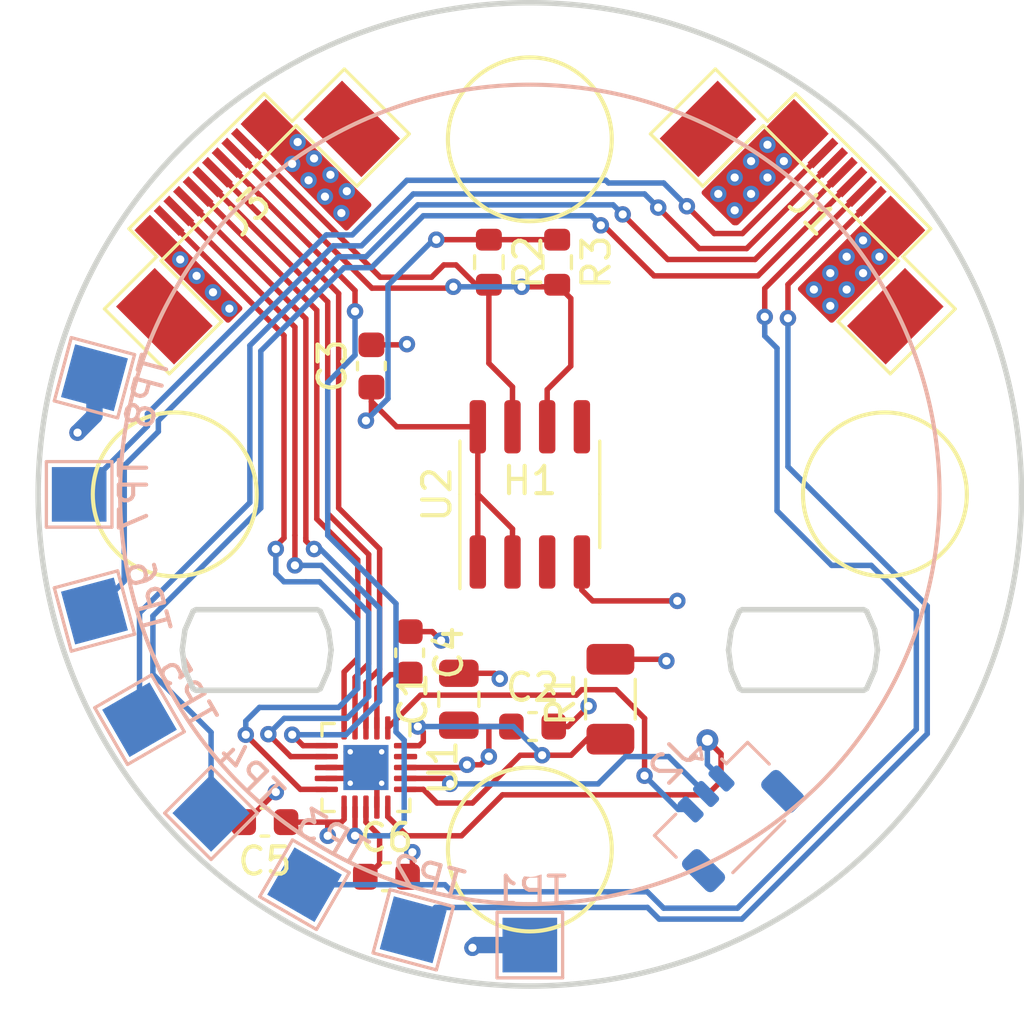
<source format=kicad_pcb>
(kicad_pcb (version 20211014) (generator pcbnew)
  (layers (0 "F.Cu" signal) (1 "In1.Cu" signal) (2 "In2.Cu" signal) (31 "B.Cu" signal) (34 "B.Paste" user) (35 "F.Paste" user) (36 "B.SilkS" user "B.Silkscreen") (37 "F.SilkS" user "F.Silkscreen") (38 "B.Mask" user) (39 "F.Mask" user) (44 "Edge.Cuts" user))
  (net 0 "")
  (net 1 "+5V")
  (net 2 "GND")
  (net 3 "+3V3")
  (net 4 "Net-(C4-Pad2)")
  (net 5 "Net-(J2-Pad1)")
  (net 6 "Net-(J2-Pad2)")
  (net 7 "Net-(J2-Pad3)")
  (net 8 "/UH")
  (net 9 "/UL")
  (net 10 "/VH")
  (net 11 "/VL")
  (net 12 "/WH")
  (net 13 "/WL")
  (net 14 "/DIAG")
  (net 15 "/SDA")
  (net 16 "/SCL")
  (net 17 "Net-(R1-Pad1)")
  (net 21 "Net-(J1-Pad5)")
  (net 22 "Net-(J1-Pad6)")
  (net 23 "Net-(J1-Pad7)")
  (net 24 "Net-(J1-Pad8)")
  (net 25 "Net-(J1-Pad9)")
  (net 26 "Net-(J1-Pad10)")
  (net 27 "Net-(U1-Pad13)")
  (footprint "Capacitor_SMD:C_0603_1608Metric" (layer "F.Cu") (at 44.75 64)
    (fp_text reference "C6" (at 0 -1.43) (layer "F.SilkS"))
    (fp_text value "100nF")
    (pad "1" smd roundrect (at -0.775 0) (size 0.9 0.95) (layers "F.Cu" "F.Paste" "F.Mask") (net 27 "Net-(U1-Pad13)"))
    (pad "2" smd roundrect (at 0.775 0) (size 0.9 0.95) (layers "F.Cu" "F.Paste" "F.Mask") (net 2 "GND"))
  )
  (footprint "Resistor_SMD:R_0603_1608Metric" (layer "F.Cu") (at 48.5 41.5 -90)
    (fp_text reference "R2" (at 0 -1.43 90) (layer "F.SilkS"))
    (fp_text value "4.7K")
    (pad "1" smd roundrect (at -0.825 0 270) (size 0.8 0.95) (layers "F.Cu" "F.Paste" "F.Mask") (net 3 "+3V3"))
    (pad "2" smd roundrect (at 0.825 0 270) (size 0.8 0.95) (layers "F.Cu" "F.Paste" "F.Mask") (net 16 "/SCL"))
  )
  (footprint "Jushuo:FPC_14" (layer "F.Cu") (at 38.386307 38.386307 45)
    (fp_text reference "J3" (at 0 1.8 45) (layer "F.SilkS"))
    (fp_text value "Conn_01x14")
    (pad "0" smd rect (at -4.85 2.35 45) (size 2 3) (layers "F.Cu" "F.Paste" "F.Mask"))
    (pad "0" smd rect (at 4.85 2.35 45) (size 2 3) (layers "F.Cu" "F.Paste" "F.Mask"))
    (pad "1" smd rect (at -3.25 0 45) (size 0.3 1.3) (layers "F.Cu" "F.Paste" "F.Mask") (net 3 "+3V3"))
    (pad "2" smd rect (at -2.75 0 45) (size 0.3 1.3) (layers "F.Cu" "F.Paste" "F.Mask") (net 3 "+3V3"))
    (pad "3" smd rect (at -2.25 0 45) (size 0.3 1.3) (layers "F.Cu" "F.Paste" "F.Mask") (net 11 "/VL"))
    (pad "4" smd rect (at -1.75 0 45) (size 0.3 1.3) (layers "F.Cu" "F.Paste" "F.Mask") (net 13 "/WL"))
    (pad "5" smd rect (at -1.25 0 45) (size 0.3 1.3) (layers "F.Cu" "F.Paste" "F.Mask") (net 9 "/UL"))
    (pad "6" smd rect (at -0.75 0 45) (size 0.3 1.3) (layers "F.Cu" "F.Paste" "F.Mask") (net 12 "/WH"))
    (pad "7" smd rect (at -0.25 0 45) (size 0.3 1.3) (layers "F.Cu" "F.Paste" "F.Mask") (net 10 "/VH"))
    (pad "8" smd rect (at 0.25 0 45) (size 0.3 1.3) (layers "F.Cu" "F.Paste" "F.Mask") (net 8 "/UH"))
    (pad "9" smd rect (at 0.75 0 45) (size 0.3 1.3) (layers "F.Cu" "F.Paste" "F.Mask") (net 14 "/DIAG"))
    (pad "10" smd rect (at 1.25 0 45) (size 0.3 1.3) (layers "F.Cu" "F.Paste" "F.Mask") (net 15 "/SDA"))
    (pad "11" smd rect (at 1.75 0 45) (size 0.3 1.3) (layers "F.Cu" "F.Paste" "F.Mask") (net 16 "/SCL"))
    (pad "12" smd rect (at 2.25 0 45) (size 0.3 1.3) (layers "F.Cu" "F.Paste" "F.Mask") (net 2 "GND"))
    (pad "13" smd rect (at 2.75 0 45) (size 0.3 1.3) (layers "F.Cu" "F.Paste" "F.Mask") (net 2 "GND"))
    (pad "14" smd rect (at 3.25 0 45) (size 0.3 1.3) (layers "F.Cu" "F.Paste" "F.Mask") (net 2 "GND"))
  )
  (footprint "Capacitor_SMD:C_0603_1608Metric" (layer "F.Cu") (at 40.3 62 180)
    (fp_text reference "C5" (at 0 -1.43) (layer "F.SilkS"))
    (fp_text value "100nF")
    (pad "1" smd roundrect (at -0.775 0 180) (size 0.9 0.95) (layers "F.Cu" "F.Paste" "F.Mask") (net 3 "+3V3"))
    (pad "2" smd roundrect (at 0.775 0 180) (size 0.9 0.95) (layers "F.Cu" "F.Paste" "F.Mask") (net 2 "GND"))
  )
  (footprint "Capacitor_SMD:C_0603_1608Metric" (layer "F.Cu") (at 45.6 55.8 -90)
    (fp_text reference "C4" (at 0 -1.43 90) (layer "F.SilkS"))
    (fp_text value "100nF")
    (pad "1" smd roundrect (at -0.775 0 270) (size 0.9 0.95) (layers "F.Cu" "F.Paste" "F.Mask") (net 1 "+5V"))
    (pad "2" smd roundrect (at 0.775 0 270) (size 0.9 0.95) (layers "F.Cu" "F.Paste" "F.Mask") (net 4 "Net-(C4-Pad2)"))
  )
  (footprint "Jushuo:FPC_14" (layer "F.Cu") (at 61.613693 38.386307 -45)
    (fp_text reference "J1" (at 0 1.8 -45) (layer "F.SilkS"))
    (fp_text value "Conn_01x14")
    (pad "0" smd rect (at 4.85 2.35 315) (size 2 3) (layers "F.Cu" "F.Paste" "F.Mask"))
    (pad "0" smd rect (at -4.85 2.35 315) (size 2 3) (layers "F.Cu" "F.Paste" "F.Mask"))
    (pad "1" smd rect (at -3.25 0 315) (size 0.3 1.3) (layers "F.Cu" "F.Paste" "F.Mask") (net 1 "+5V"))
    (pad "2" smd rect (at -2.75 0 315) (size 0.3 1.3) (layers "F.Cu" "F.Paste" "F.Mask") (net 1 "+5V"))
    (pad "3" smd rect (at -2.25 0 315) (size 0.3 1.3) (layers "F.Cu" "F.Paste" "F.Mask") (net 1 "+5V"))
    (pad "4" smd rect (at -1.75 0 315) (size 0.3 1.3) (layers "F.Cu" "F.Paste" "F.Mask") (net 1 "+5V"))
    (pad "5" smd rect (at -1.25 0 315) (size 0.3 1.3) (layers "F.Cu" "F.Paste" "F.Mask") (net 21 "Net-(J1-Pad5)"))
    (pad "6" smd rect (at -0.75 0 315) (size 0.3 1.3) (layers "F.Cu" "F.Paste" "F.Mask") (net 22 "Net-(J1-Pad6)"))
    (pad "7" smd rect (at -0.25 0 315) (size 0.3 1.3) (layers "F.Cu" "F.Paste" "F.Mask") (net 23 "Net-(J1-Pad7)"))
    (pad "8" smd rect (at 0.25 0 315) (size 0.3 1.3) (layers "F.Cu" "F.Paste" "F.Mask") (net 24 "Net-(J1-Pad8)"))
    (pad "9" smd rect (at 0.75 0 315) (size 0.3 1.3) (layers "F.Cu" "F.Paste" "F.Mask") (net 25 "Net-(J1-Pad9)"))
    (pad "10" smd rect (at 1.25 0 315) (size 0.3 1.3) (layers "F.Cu" "F.Paste" "F.Mask") (net 26 "Net-(J1-Pad10)"))
    (pad "11" smd rect (at 1.75 0 315) (size 0.3 1.3) (layers "F.Cu" "F.Paste" "F.Mask") (net 2 "GND"))
    (pad "12" smd rect (at 2.25 0 315) (size 0.3 1.3) (layers "F.Cu" "F.Paste" "F.Mask") (net 2 "GND"))
    (pad "13" smd rect (at 2.75 0 315) (size 0.3 1.3) (layers "F.Cu" "F.Paste" "F.Mask") (net 2 "GND"))
    (pad "14" smd rect (at 3.25 0 315) (size 0.3 1.3) (layers "F.Cu" "F.Paste" "F.Mask") (net 2 "GND"))
  )
  (footprint "Capacitor_SMD:C_0603_1608Metric" (layer "F.Cu") (at 50.1 58.5)
    (fp_text reference "C2" (at 0 -1.43) (layer "F.SilkS"))
    (fp_text value "100nF")
    (pad "1" smd roundrect (at -0.775 0) (size 0.9 0.95) (layers "F.Cu" "F.Paste" "F.Mask") (net 1 "+5V"))
    (pad "2" smd roundrect (at 0.775 0) (size 0.9 0.95) (layers "F.Cu" "F.Paste" "F.Mask") (net 2 "GND"))
  )
  (footprint "Capacitor_SMD:C_0805_2012Metric" (layer "F.Cu") (at 47.4 57.5 90)
    (fp_text reference "C1" (at 0 -1.68 90) (layer "F.SilkS"))
    (fp_text value "22uF")
    (pad "1" smd roundrect (at -0.95 0 90) (size 1 1.45) (layers "F.Cu" "F.Paste" "F.Mask") (net 1 "+5V"))
    (pad "2" smd roundrect (at 0.95 0 90) (size 1 1.45) (layers "F.Cu" "F.Paste" "F.Mask") (net 2 "GND"))
  )
  (footprint "Package_SO:SOIC-8_3.9x4.9mm_P1.27mm" (layer "F.Cu") (at 50 50 90)
    (fp_text reference "U2" (at 0 -3.4 90) (layer "F.SilkS"))
    (fp_text value "MT6701-CT")
    (pad "1" smd roundrect (at -2.475 -1.905 90) (size 1.95 0.6) (layers "F.Cu" "F.Paste" "F.Mask") (net 3 "+3V3"))
    (pad "2" smd roundrect (at -2.475 -0.635 90) (size 1.95 0.6) (layers "F.Cu" "F.Paste" "F.Mask") (net 3 "+3V3"))
    (pad "3" smd roundrect (at -2.475 0.635 90) (size 1.95 0.6) (layers "F.Cu" "F.Paste" "F.Mask"))
    (pad "4" smd roundrect (at -2.475 1.905 90) (size 1.95 0.6) (layers "F.Cu" "F.Paste" "F.Mask") (net 2 "GND"))
    (pad "5" smd roundrect (at 2.475 1.905 90) (size 1.95 0.6) (layers "F.Cu" "F.Paste" "F.Mask"))
    (pad "6" smd roundrect (at 2.475 0.635 90) (size 1.95 0.6) (layers "F.Cu" "F.Paste" "F.Mask") (net 15 "/SDA"))
    (pad "7" smd roundrect (at 2.475 -0.635 90) (size 1.95 0.6) (layers "F.Cu" "F.Paste" "F.Mask") (net 16 "/SCL"))
    (pad "8" smd roundrect (at 2.475 -1.905 90) (size 1.95 0.6) (layers "F.Cu" "F.Paste" "F.Mask") (net 3 "+3V3"))
  )
  (footprint "Resistor_SMD:R_0603_1608Metric" (layer "F.Cu") (at 51 41.5 -90)
    (fp_text reference "R3" (at 0 -1.43 90) (layer "F.SilkS"))
    (fp_text value "4.7K")
    (pad "1" smd roundrect (at -0.825 0 270) (size 0.8 0.95) (layers "F.Cu" "F.Paste" "F.Mask") (net 3 "+3V3"))
    (pad "2" smd roundrect (at 0.825 0 270) (size 0.8 0.95) (layers "F.Cu" "F.Paste" "F.Mask") (net 15 "/SDA"))
  )
  (footprint "Holes:Holes" (layer "F.Cu") (at 50 50)
    (fp_text reference "H1" (at 0 -0.5 unlocked) (layer "F.SilkS"))
    (fp_text value "MountingHole")
    (fp_line (start 7.273002 5.697) (end 7.373975 4.961808) (layer "Edge.Cuts") (width 0.2))
    (fp_line (start 7.373975 6.432193) (end 7.273002 5.697) (layer "Edge.Cuts") (width 0.2))
    (fp_line (start 12.330587 7.112941) (end 12.222047 7.174001) (layer "Edge.Cuts") (width 0.2))
    (fp_line (start -7.669413 4.281059) (end -7.373975 4.961808) (layer "Edge.Cuts") (width 0.2))
    (fp_line (start -7.273002 5.697) (end -7.373975 6.432193) (layer "Edge.Cuts") (width 0.2))
    (fp_line (start -12.626025 4.961808) (end -12.330587 4.281059) (layer "Edge.Cuts") (width 0.2))
    (fp_line (start -7.777953 4.22) (end -7.669413 4.281059) (layer "Edge.Cuts") (width 0.2))
    (fp_line (start -7.373975 4.961808) (end -7.273002 5.697) (layer "Edge.Cuts") (width 0.2))
    (fp_line (start -7.777953 7.174001) (end -12.222047 7.174001) (layer "Edge.Cuts") (width 0.2))
    (fp_line (start -12.222047 7.174001) (end -12.330587 7.112941) (layer "Edge.Cuts") (width 0.2))
    (fp_line (start 7.777953 4.22) (end 12.222047 4.22) (layer "Edge.Cuts") (width 0.2))
    (fp_line (start 7.669413 4.281059) (end 7.777953 4.22) (layer "Edge.Cuts") (width 0.2))
    (fp_line (start -7.669413 7.112941) (end -7.777953 7.174001) (layer "Edge.Cuts") (width 0.2))
    (fp_line (start 12.626025 4.961808) (end 12.726998 5.697) (layer "Edge.Cuts") (width 0.2))
    (fp_line (start 12.330587 4.281059) (end 12.626025 4.961808) (layer "Edge.Cuts") (width 0.2))
    (fp_line (start -12.626025 6.432193) (end -12.726998 5.697) (layer "Edge.Cuts") (width 0.2))
    (fp_line (start 12.726998 5.697) (end 12.626025 6.432193) (layer "Edge.Cuts") (width 0.2))
    (fp_line (start 12.222047 7.174001) (end 7.777953 7.174001) (layer "Edge.Cuts") (width 0.2))
    (fp_line (start 7.777953 7.174001) (end 7.669413 7.112941) (layer "Edge.Cuts") (width 0.2))
    (fp_line (start 12.626025 6.432193) (end 12.330587 7.112941) (layer "Edge.Cuts") (width 0.2))
    (fp_line (start 12.222047 4.22) (end 12.330587 4.281059) (layer "Edge.Cuts") (width 0.2))
    (fp_line (start 7.669413 7.112941) (end 7.373975 6.432193) (layer "Edge.Cuts") (width 0.2))
    (fp_line (start -12.222047 4.22) (end -7.777953 4.22) (layer "Edge.Cuts") (width 0.2))
    (fp_line (start -12.330587 7.112941) (end -12.626025 6.432193) (layer "Edge.Cuts") (width 0.2))
    (fp_line (start -12.726998 5.697) (end -12.626025 4.961808) (layer "Edge.Cuts") (width 0.2))
    (fp_line (start -7.373975 6.432193) (end -7.669413 7.112941) (layer "Edge.Cuts") (width 0.2))
    (fp_line (start 7.373975 4.961808) (end 7.669413 4.281059) (layer "Edge.Cuts") (width 0.2))
    (fp_line (start -12.330587 4.281059) (end -12.222047 4.22) (layer "Edge.Cuts") (width 0.2))
    (pad "" np_thru_hole circle locked (at -13 0) (size 2 2) (drill 2) (layers F&B.Cu))
    (pad "" np_thru_hole circle locked (at 0 13) (size 2 2) (drill 2) (layers F&B.Cu))
    (pad "" np_thru_hole circle locked (at 0 -13) (size 2 2) (drill 2) (layers F&B.Cu))
    (pad "" np_thru_hole circle locked (at -5.5 0) (size 1.6 1.6) (drill 1.6) (layers F&B.Cu))
    (pad "" np_thru_hole circle locked (at 13 0) (size 2 2) (drill 2) (layers F&B.Cu))
    (pad "" np_thru_hole circle locked (at 5.5 0) (size 1.6 1.6) (drill 1.6) (layers F&B.Cu))
    (pad "" np_thru_hole circle locked (at 0 -5.5) (size 1.6 1.6) (drill 1.6) (layers F&B.Cu))
    (pad "" np_thru_hole circle locked (at 0 5.5) (size 1.6 1.6) (drill 1.6) (layers F&B.Cu))
  )
  (footprint "Resistor_SMD:R_1206_3216Metric" (layer "F.Cu") (at 52.95 57.5 90)
    (fp_text reference "R1" (at 0 -1.82 90) (layer "F.SilkS"))
    (fp_text value "0.15")
    (pad "1" smd roundrect (at -1.4625 0 90) (size 1.125 1.75) (layers "F.Cu" "F.Paste" "F.Mask") (roundrect_rratio 0.222222) (net 17 "Net-(R1-Pad1)"))
    (pad "2" smd roundrect (at 1.4625 0 90) (size 1.125 1.75) (layers "F.Cu" "F.Paste" "F.Mask") (roundrect_rratio 0.222222) (net 2 "GND"))
  )
  (footprint "Package_DFN_QFN:QFN-20-1EP_3x3mm_P0.4mm_EP1.65x1.65mm_ThermalVias" (layer "F.Cu") (at 44 60 -90)
    (fp_text reference "U1" (at 0 -2.82 90) (layer "F.SilkS"))
    (fp_text value "TMC6300")
    (pad "1" smd roundrect (at -1.45 -0.8 270) (size 0.85 0.2) (layers "F.Cu" "F.Paste" "F.Mask") (net 7 "Net-(J2-Pad3)"))
    (pad "2" smd roundrect (at -1.45 -0.4 270) (size 0.85 0.2) (layers "F.Cu" "F.Paste" "F.Mask") (net 4 "Net-(C4-Pad2)"))
    (pad "3" smd roundrect (at -1.45 0 270) (size 0.85 0.2) (layers "F.Cu" "F.Paste" "F.Mask") (net 8 "/UH"))
    (pad "4" smd roundrect (at -1.45 0.4 270) (size 0.85 0.2) (layers "F.Cu" "F.Paste" "F.Mask") (net 10 "/VH"))
    (pad "5" smd roundrect (at -1.45 0.8 270) (size 0.85 0.2) (layers "F.Cu" "F.Paste" "F.Mask") (net 12 "/WH"))
    (pad "6" smd roundrect (at -0.8 1.45 270) (size 0.2 0.85) (layers "F.Cu" "F.Paste" "F.Mask") (net 9 "/UL"))
    (pad "7" smd roundrect (at -0.4 1.45 270) (size 0.2 0.85) (layers "F.Cu" "F.Paste" "F.Mask") (net 13 "/WL"))
    (pad "8" smd roundrect (at 0 1.45 270) (size 0.2 0.85) (layers "F.Cu" "F.Paste" "F.Mask") (net 2 "GND"))
    (pad "9" smd roundrect (at 0.4 1.45 270) (size 0.2 0.85) (layers "F.Cu" "F.Paste" "F.Mask") (net 2 "GND"))
    (pad "10" smd roundrect (at 0.8 1.45 270) (size 0.2 0.85) (layers "F.Cu" "F.Paste" "F.Mask") (net 11 "/VL"))
    (pad "11" smd roundrect (at 1.45 0.8 270) (size 0.85 0.2) (layers "F.Cu" "F.Paste" "F.Mask") (net 3 "+3V3"))
    (pad "12" smd roundrect (at 1.45 0.4 270) (size 0.85 0.2) (layers "F.Cu" "F.Paste" "F.Mask") (net 14 "/DIAG"))
    (pad "13" smd roundrect (at 1.45 0 270) (size 0.85 0.2) (layers "F.Cu" "F.Paste" "F.Mask") (net 27 "Net-(U1-Pad13)"))
    (pad "14" smd roundrect (at 1.45 -0.4 270) (size 0.85 0.2) (layers "F.Cu" "F.Paste" "F.Mask") (net 2 "GND"))
    (pad "15" smd roundrect (at 1.45 -0.8 270) (size 0.85 0.2) (layers "F.Cu" "F.Paste" "F.Mask") (net 5 "Net-(J2-Pad1)"))
    (pad "16" smd roundrect (at 0.8 -1.45 270) (size 0.2 0.85) (layers "F.Cu" "F.Paste" "F.Mask") (net 17 "Net-(R1-Pad1)"))
    (pad "17" smd roundrect (at 0.4 -1.45 270) (size 0.2 0.85) (layers "F.Cu" "F.Paste" "F.Mask") (net 6 "Net-(J2-Pad2)"))
    (pad "18" smd roundrect (at 0 -1.45 270) (size 0.2 0.85) (layers "F.Cu" "F.Paste" "F.Mask") (net 1 "+5V"))
    (pad "19" smd roundrect (at -0.4 -1.45 270) (size 0.2 0.85) (layers "F.Cu" "F.Paste" "F.Mask"))
    (pad "20" smd roundrect (at -0.8 -1.45 270) (size 0.2 0.85) (layers "F.Cu" "F.Paste" "F.Mask") (net 17 "Net-(R1-Pad1)"))
    (pad "21" smd rect (at 0 0 270) (size 1.65 1.65) (layers "B.Cu") (net 2 "GND"))
    (pad "21" thru_hole circle (at -0.575 -0.575 270) (size 0.5 0.5) (drill 0.2) (layers *.Cu) (net 2 "GND"))
    (pad "21" thru_hole circle (at 0.575 0.575 270) (size 0.5 0.5) (drill 0.2) (layers *.Cu) (net 2 "GND"))
    (pad "21" thru_hole circle (at -0.575 0.575 270) (size 0.5 0.5) (drill 0.2) (layers *.Cu) (net 2 "GND"))
    (pad "21" thru_hole circle (at 0.575 -0.575 270) (size 0.5 0.5) (drill 0.2) (layers *.Cu) (net 2 "GND"))
    (pad "21" smd rect (at 0 0 270) (size 1.65 1.65) (layers "F.Cu" "F.Mask") (net 2 "GND"))
  )
  (footprint "Capacitor_SMD:C_0603_1608Metric" (layer "F.Cu") (at 44.2 45.3 90)
    (fp_text reference "C3" (at 0 -1.43 90) (layer "F.SilkS"))
    (fp_text value "100nF")
    (pad "1" smd roundrect (at -0.775 0 90) (size 0.9 0.95) (layers "F.Cu" "F.Paste" "F.Mask") (net 3 "+3V3"))
    (pad "2" smd roundrect (at 0.775 0 90) (size 0.9 0.95) (layers "F.Cu" "F.Paste" "F.Mask") (net 2 "GND"))
  )
  (footprint "TestPoint:TestPoint_Pad_2.0x2.0mm" (layer "B.Cu") (at 33.5 50 90)
    (fp_text reference "TP7" (at 0 1.998 90) (layer "B.SilkS") (effects (justify mirror)))
    (fp_text value "RES")
    (pad "1" smd rect (at 0 0 90) (size 2 2) (layers "B.Cu" "B.Mask") (net 21 "Net-(J1-Pad5)"))
  )
  (footprint "TestPoint:TestPoint_Pad_2.0x2.0mm" (layer "B.Cu") (at 34.06 45.73 75)
    (fp_text reference "TP8" (at 0 1.998 75) (layer "B.SilkS") (effects (justify mirror)))
    (fp_text value "GND")
    (pad "1" smd rect (at 0 0 75) (size 2 2) (layers "B.Cu" "B.Mask") (net 2 "GND"))
  )
  (footprint "TestPoint:TestPoint_Pad_2.0x2.0mm" (layer "B.Cu") (at 38.33 61.67 135)
    (fp_text reference "TP4" (at 0 1.998 135) (layer "B.SilkS") (effects (justify mirror)))
    (fp_text value "CS")
    (pad "1" smd rect (at 0 0 135) (size 2 2) (layers "B.Cu" "B.Mask") (net 24 "Net-(J1-Pad8)"))
  )
  (footprint "Connector_Hirose:Hirose_DF52-3S-0.8H_1x03-1MP_P0.80mm_Horizontal" (layer "B.Cu") (at 57.236 61.754 -135)
    (fp_text reference "J2" (at 0 2.81 45) (layer "B.SilkS") (effects (justify mirror)))
    (fp_text value "Conn_01x03")
    (pad "1" smd roundrect (at -0.8 1.11 225) (size 0.5 1) (layers "B.Cu" "B.Paste" "B.Mask") (net 5 "Net-(J2-Pad1)"))
    (pad "2" smd roundrect (at 0 1.11 225) (size 0.5 1) (layers "B.Cu" "B.Paste" "B.Mask") (net 6 "Net-(J2-Pad2)"))
    (pad "3" smd roundrect (at 0.8 1.11 225) (size 0.5 1) (layers "B.Cu" "B.Paste" "B.Mask") (net 7 "Net-(J2-Pad3)"))
    (pad "MP" smd roundrect (at 2.05 -0.81 225) (size 0.9 1.6) (layers "B.Cu" "B.Paste" "B.Mask"))
    (pad "MP" smd roundrect (at -2.05 -0.81 225) (size 0.9 1.6) (layers "B.Cu" "B.Paste" "B.Mask"))
  )
  (footprint "TestPoint:TestPoint_Pad_2.0x2.0mm" (layer "B.Cu") (at 35.71 58.25 120)
    (fp_text reference "TP5" (at 0 1.998 120) (layer "B.SilkS") (effects (justify mirror)))
    (fp_text value "SCL")
    (pad "1" smd rect (at 0 0 120) (size 2 2) (layers "B.Cu" "B.Mask") (net 23 "Net-(J1-Pad7)"))
  )
  (footprint "TestPoint:TestPoint_Pad_2.0x2.0mm" (layer "B.Cu") (at 50 66.5 180)
    (fp_text reference "TP1" (at 0 1.998) (layer "B.SilkS") (effects (justify mirror)))
    (fp_text value "3V3")
    (pad "1" smd rect (at 0 0 180) (size 2 2) (layers "B.Cu" "B.Mask") (net 3 "+3V3"))
  )
  (footprint "TestPoint:TestPoint_Pad_2.0x2.0mm" (layer "B.Cu") (at 34.06 54.27 105)
    (fp_text reference "TP6" (at 0 1.998 105) (layer "B.SilkS") (effects (justify mirror)))
    (fp_text value "SDA")
    (pad "1" smd rect (at 0 0 105) (size 2 2) (layers "B.Cu" "B.Mask") (net 22 "Net-(J1-Pad6)"))
  )
  (footprint "TestPoint:TestPoint_Pad_2.0x2.0mm" (layer "B.Cu") (at 41.75 64.29 150)
    (fp_text reference "TP3" (at 0 1.998 150) (layer "B.SilkS") (effects (justify mirror)))
    (fp_text value "DC")
    (pad "1" smd rect (at 0 0 150) (size 2 2) (layers "B.Cu" "B.Mask") (net 25 "Net-(J1-Pad9)"))
  )
  (footprint "TestPoint:TestPoint_Pad_2.0x2.0mm" (layer "B.Cu") (at 45.73 65.94 165)
    (fp_text reference "TP2" (at 0 1.998 165) (layer "B.SilkS") (effects (justify mirror)))
    (fp_text value "BLK")
    (pad "1" smd rect (at 0 0 165) (size 2 2) (layers "B.Cu" "B.Mask") (net 26 "Net-(J1-Pad10)"))
  )
  (gr_circle (center 50 50) (end 65 49.9) (layer "B.SilkS") (width 0.15) (fill none))
  (gr_circle (center 50 63) (end 53 63) (layer "F.SilkS") (width 0.15) (fill none))
  (gr_circle (center 63 50) (end 66 50) (layer "F.SilkS") (width 0.15) (fill none))
  (gr_circle (center 50 37) (end 53 37) (layer "F.SilkS") (width 0.15) (fill none))
  (gr_circle (center 37 50) (end 40 50) (layer "F.SilkS") (width 0.15) (fill none))
  (gr_arc (start 68.000036 50) (mid 50 68.000036) (end 31.999964 50) (layer "Edge.Cuts") (width 0.2))
  (gr_arc (start 31.999964 50) (mid 50 31.999964) (end 68.000036 50) (layer "Edge.Cuts") (width 0.2))
  (segment (start 48.2 59.9) (end 48.5 59.6) (width 0.2) (layer "F.Cu") (net 1))
  (segment (start 47.6 60) (end 47.7 59.9) (width 0.2) (layer "F.Cu") (net 1))
  (segment (start 47.45 58.5) (end 47.4 58.45) (width 0.2) (layer "F.Cu") (net 1))
  (segment (start 47.7 59.9) (end 48.2 59.9) (width 0.2) (layer "F.Cu") (net 1))
  (segment (start 46.425 55.025) (end 46.75 55.35) (width 0.2) (layer "F.Cu") (net 1))
  (segment (start 48.5 59.6) (end 48.5 58.5) (width 0.2) (layer "F.Cu") (net 1))
  (segment (start 45.45 60) (end 47.6 60) (width 0.2) (layer "F.Cu") (net 1))
  (segment (start 49.325 58.5) (end 47.45 58.5) (width 0.2) (layer "F.Cu") (net 1))
  (segment (start 45.6 55.025) (end 46.425 55.025) (width 0.2) (layer "F.Cu") (net 1))
  (via (at 57.5 38.4) (size 0.6) (drill 0.3) (layers "F.Cu" "B.Cu") (net 1))
  (via (at 46.75 55.35) (size 0.6) (drill 0.3) (layers "F.Cu" "B.Cu") (net 1))
  (via (at 47.7 59.9) (size 0.6) (drill 0.3) (layers "F.Cu" "B.Cu") (net 1))
  (via (at 58.7 37.2) (size 0.6) (drill 0.3) (layers "F.Cu" "B.Cu") (net 1))
  (via (at 57.5 39.6) (size 0.6) (drill 0.3) (layers "F.Cu" "B.Cu") (net 1))
  (via (at 58.1 39) (size 0.6) (drill 0.3) (layers "F.Cu" "B.Cu") (net 1))
  (via (at 58.7 38.4) (size 0.6) (drill 0.3) (layers "F.Cu" "B.Cu") (net 1))
  (via (at 48.5 59.6) (size 0.6) (drill 0.3) (layers "F.Cu" "B.Cu") (net 1))
  (via (at 56.9 39) (size 0.6) (drill 0.3) (layers "F.Cu" "B.Cu") (net 1))
  (via (at 58.1 37.8) (size 0.6) (drill 0.3) (layers "F.Cu" "B.Cu") (net 1))
  (via (at 59.3 37.8) (size 0.6) (drill 0.3) (layers "F.Cu" "B.Cu") (net 1))
  (segment (start 54.9375 56.0375) (end 55 56.1) (width 0.2) (layer "F.Cu") (net 2))
  (segment (start 51.4 58.5) (end 52.15 57.75) (width 0.2) (layer "F.Cu") (net 2))
  (segment (start 52.95 56.0375) (end 54.9375 56.0375) (width 0.2) (layer "F.Cu") (net 2))
  (segment (start 43.25 60.4) (end 43.425 60.575) (width 0.2) (layer "F.Cu") (net 2))
  (segment (start 45.7 63.875) (end 45.7 63.1) (width 0.2) (layer "F.Cu") (net 2))
  (segment (start 39.925 61.675) (end 40.7 60.9) (width 0.2) (layer "F.Cu") (net 2))
  (segment (start 48.7 56.55) (end 48.9 56.75) (width 0.2) (layer "F.Cu") (net 2))
  (segment (start 51.905 53.505) (end 52.2 53.8) (width 0.2) (layer "F.Cu") (net 2))
  (segment (start 45.475 44.525) (end 45.5 44.5) (width 0.2) (layer "F.Cu") (net 2))
  (segment (start 44.2 44.525) (end 45.475 44.525) (width 0.2) (layer "F.Cu") (net 2))
  (segment (start 47.4 56.55) (end 48.7 56.55) (width 0.2) (layer "F.Cu") (net 2))
  (segment (start 51.905 52.475) (end 51.905 53.505) (width 0.2) (layer "F.Cu") (net 2))
  (segment (start 42.55 60) (end 44 60) (width 0.2) (layer "F.Cu") (net 2))
  (segment (start 42.55 60.4) (end 43.25 60.4) (width 0.2) (layer "F.Cu") (net 2))
  (segment (start 44.4 61.45) (end 44.4 60.75) (width 0.2) (layer "F.Cu") (net 2))
  (segment (start 44.4 60.75) (end 44.575 60.575) (width 0.2) (layer "F.Cu") (net 2))
  (segment (start 50.875 58.5) (end 51.4 58.5) (width 0.2) (layer "F.Cu") (net 2))
  (segment (start 52.2 53.8) (end 52.3 53.9) (width 0.2) (layer "F.Cu") (net 2))
  (segment (start 52.3 53.9) (end 55.4 53.9) (width 0.2) (layer "F.Cu") (net 2))
  (via (at 40.7 60.9) (size 0.6) (drill 0.3) (layers "F.Cu" "B.Cu") (net 2))
  (via (at 45.7 63.1) (size 0.6) (drill 0.3) (layers "F.Cu" "B.Cu") (net 2))
  (via (at 33.44 47.74) (size 0.6) (drill 0.3) (layers "F.Cu" "B.Cu") (net 2))
  (via (at 43.1 39.7) (size 0.6) (drill 0.3) (layers "F.Cu" "B.Cu") (net 2))
  (via (at 55.4 53.9) (size 0.6) (drill 0.3) (layers "F.Cu" "B.Cu") (net 2))
  (via (at 62.8 41.3) (size 0.6) (drill 0.3) (layers "F.Cu" "B.Cu") (net 2))
  (via (at 61 43.1) (size 0.6) (drill 0.3) (layers "F.Cu" "B.Cu") (net 2))
  (via (at 55 56.1) (size 0.6) (drill 0.3) (layers "F.Cu" "B.Cu") (net 2))
  (via (at 61.6 41.3) (size 0.6) (drill 0.3) (layers "F.Cu" "B.Cu") (net 2))
  (via (at 42.1 37.7) (size 0.6) (drill 0.3) (layers "F.Cu" "B.Cu") (net 2))
  (via (at 43.3 38.9) (size 0.6) (drill 0.3) (layers "F.Cu" "B.Cu") (net 2))
  (via (at 60.4 42.5) (size 0.6) (drill 0.3) (layers "F.Cu" "B.Cu") (net 2))
  (via (at 52.15 57.75) (size 0.6) (drill 0.3) (layers "F.Cu" "B.Cu") (net 2))
  (via (at 41.9 38.5) (size 0.6) (drill 0.3) (layers "F.Cu" "B.Cu") (net 2))
  (via (at 61.6 42.5) (size 0.6) (drill 0.3) (layers "F.Cu" "B.Cu") (net 2))
  (via (at 41.5 37.1) (size 0.6) (drill 0.3) (layers "F.Cu" "B.Cu") (net 2))
  (via (at 62.2 41.9) (size 0.6) (drill 0.3) (layers "F.Cu" "B.Cu") (net 2))
  (via (at 42.7 38.3) (size 0.6) (drill 0.3) (layers "F.Cu" "B.Cu") (net 2))
  (via (at 41.3 37.9) (size 0.6) (drill 0.3) (layers "F.Cu" "B.Cu") (net 2))
  (via (at 61 41.9) (size 0.6) (drill 0.3) (layers "F.Cu" "B.Cu") (net 2))
  (via (at 45.5 44.5) (size 0.6) (drill 0.3) (layers "F.Cu" "B.Cu") (net 2))
  (via (at 48.9 56.75) (size 0.6) (drill 0.3) (layers "F.Cu" "B.Cu") (net 2))
  (via (at 62.2 40.7) (size 0.6) (drill 0.3) (layers "F.Cu" "B.Cu") (net 2))
  (via (at 42.5 39.1) (size 0.6) (drill 0.3) (layers "F.Cu" "B.Cu") (net 2))
  (segment (start 34.06 47.12) (end 33.44 47.74) (width 0.6) (layer "B.Cu") (net 2))
  (segment (start 34.06 45.73) (end 34.06 47.12) (width 0.6) (layer "B.Cu") (net 2))
  (segment (start 44.2 46.6) (end 45.125 47.525) (width 0.2) (layer "F.Cu") (net 3))
  (segment (start 51 40.675) (end 48.5 40.675) (width 0.2) (layer "F.Cu") (net 3))
  (segment (start 44 47.3) (end 44.2 47.1) (width 0.2) (layer "F.Cu") (net 3))
  (segment (start 48.095 49.995) (end 49.365 51.265) (width 0.2) (layer "F.Cu") (net 3))
  (segment (start 43.2 61.9) (end 43.2 61.45) (width 0.2) (layer "F.Cu") (net 3))
  (segment (start 49.365 51.265) (end 49.365 52.475) (width 0.2) (layer "F.Cu") (net 3))
  (segment (start 48.095 49.995) (end 48.095 52.475) (width 0.2) (layer "F.Cu") (net 3))
  (segment (start 45.125 47.525) (end 48.095 47.525) (width 0.2) (layer "F.Cu") (net 3))
  (segment (start 48.095 47.525) (end 48.095 49.995) (width 0.2) (layer "F.Cu") (net 3))
  (segment (start 43.1 62) (end 43.2 61.9) (width 0.2) (layer "F.Cu") (net 3))
  (segment (start 44.2 47.1) (end 44.2 46.6) (width 0.2) (layer "F.Cu") (net 3))
  (segment (start 48.5 40.675) (end 46.575 40.675) (width 0.2) (layer "F.Cu") (net 3))
  (segment (start 42.6 62) (end 43.1 62) (width 0.2) (layer "F.Cu") (net 3))
  (segment (start 44.2 46.075) (end 44.2 46.6) (width 0.2) (layer "F.Cu") (net 3))
  (segment (start 42.6 62) (end 42.6 62.5) (width 0.2) (layer "F.Cu") (net 3))
  (segment (start 41.475 62) (end 42.6 62) (width 0.2) (layer "F.Cu") (net 3))
  (via (at 42.6 62.5) (size 0.6) (drill 0.3) (layers "F.Cu" "B.Cu") (net 3))
  (via (at 37.8 42) (size 0.6) (drill 0.3) (layers "F.Cu" "B.Cu") (net 3))
  (via (at 47.9 66.6) (size 0.6) (drill 0.3) (layers "F.Cu" "B.Cu") (net 3))
  (via (at 44 47.3) (size 0.6) (drill 0.3) (layers "F.Cu" "B.Cu") (net 3))
  (via (at 46.575 40.675) (size 0.6) (drill 0.3) (layers "F.Cu" "B.Cu") (net 3))
  (via (at 38.4 42.6) (size 0.6) (drill 0.3) (layers "F.Cu" "B.Cu") (net 3))
  (via (at 37.2 41.4) (size 0.6) (drill 0.3) (layers "F.Cu" "B.Cu") (net 3))
  (via (at 39 43.2) (size 0.6) (drill 0.3) (layers "F.Cu" "B.Cu") (net 3))
  (segment (start 48 66.5) (end 47.9 66.6) (width 0.6) (layer "B.Cu") (net 3))
  (segment (start 46.475 40.675) (end 46.575 40.675) (width 0.2) (layer "B.Cu") (net 3))
  (segment (start 44 47.3) (end 44.807325 46.492675) (width 0.2) (layer "B.Cu") (net 3))
  (segment (start 44.807325 46.492675) (end 44.807325 42.342675) (width 0.2) (layer "B.Cu") (net 3))
  (segment (start 44.807325 42.342675) (end 46.475 40.675) (width 0.2) (layer "B.Cu") (net 3))
  (segment (start 50 66.5) (end 48 66.5) (width 0.6) (layer "B.Cu") (net 3))
  (segment (start 44.9 56.6) (end 45.725 56.6) (width 0.2) (layer "F.Cu") (net 4))
  (segment (start 44.4 58.55) (end 44.4 57.1) (width 0.2) (layer "F.Cu") (net 4))
  (segment (start 44.4 57.1) (end 44.9 56.6) (width 0.2) (layer "F.Cu") (net 4))
  (segment (start 49 61) (end 56.5 61) (width 0.2) (layer "F.Cu") (net 5))
  (segment (start 45.5 62.5) (end 47.5 62.5) (width 0.2) (layer "F.Cu") (net 5))
  (segment (start 47.5 62.5) (end 49 61) (width 0.2) (layer "F.Cu") (net 5))
  (segment (start 57 59.5) (end 56.5 59) (width 0.2) (layer "F.Cu") (net 5))
  (segment (start 44.8 61.45) (end 44.8 61.8) (width 0.2) (layer "F.Cu") (net 5))
  (segment (start 44.8 61.8) (end 45.5 62.5) (width 0.2) (layer "F.Cu") (net 5))
  (segment (start 56.5 61) (end 57 60.5) (width 0.2) (layer "F.Cu") (net 5))
  (segment (start 57 60.5) (end 57 59.5) (width 0.2) (layer "F.Cu") (net 5))
  (via (at 56.5 59) (size 0.8) (drill 0.4) (layers "F.Cu" "B.Cu") (net 5))
  (segment (start 56.5 59) (end 56.5 59.886629) (width 0.2) (layer "B.Cu") (net 5))
  (segment (start 56.5 59.886629) (end 57.016797 60.403426) (width 0.2) (layer "B.Cu") (net 5))
  (segment (start 45.45 60.4) (end 46.884156 60.4) (width 0.2) (layer "F.Cu") (net 6))
  (segment (start 46.884156 60.4) (end 47.083656 60.5995) (width 0.2) (layer "F.Cu") (net 6))
  (via (at 47.083656 60.5995) (size 0.6) (drill 0.3) (layers "F.Cu" "B.Cu") (net 6))
  (segment (start 56.451111 60.969111) (end 55.082 59.6) (width 0.2) (layer "B.Cu") (net 6))
  (segment (start 55.082 59.6) (end 53.5 59.6) (width 0.2) (layer "B.Cu") (net 6))
  (segment (start 53.5 59.6) (end 52.5005 60.5995) (width 0.2) (layer "B.Cu") (net 6))
  (segment (start 52.5005 60.5995) (end 47.083656 60.5995) (width 0.2) (layer "B.Cu") (net 6))
  (segment (start 54.2 60.3) (end 54.2 58.2) (width 0.2) (layer "F.Cu") (net 7))
  (segment (start 45.9995 57.3505) (end 51.701678 57.3505) (width 0.2) (layer "F.Cu") (net 7))
  (segment (start 53.1505 57.1505) (end 54.1995 58.1995) (width 0.2) (layer "F.Cu") (net 7))
  (segment (start 44.8 58.55) (end 45.9995 57.3505) (width 0.2) (layer "F.Cu") (net 7))
  (segment (start 54.2 58.2) (end 54.1995 58.1995) (width 0.2) (layer "F.Cu") (net 7))
  (segment (start 51.901678 57.1505) (end 53.1505 57.1505) (width 0.2) (layer "F.Cu") (net 7))
  (segment (start 51.701678 57.3505) (end 51.901678 57.1505) (width 0.2) (layer "F.Cu") (net 7))
  (via (at 54.2 60.3) (size 0.6) (drill 0.3) (layers "F.Cu" "B.Cu") (net 7))
  (segment (start 55.885426 61.534797) (end 55.434797 61.534797) (width 0.2) (layer "B.Cu") (net 7))
  (segment (start 55.434797 61.534797) (end 54.2 60.3) (width 0.2) (layer "B.Cu") (net 7))
  (segment (start 44 56.9) (end 44 58.55) (width 0.2) (layer "F.Cu") (net 8))
  (segment (start 43 50.5) (end 44.5 52) (width 0.2) (layer "F.Cu") (net 8))
  (segment (start 43 42.646446) (end 43 50.5) (width 0.2) (layer "F.Cu") (net 8))
  (segment (start 38.563084 38.20953) (end 43 42.646446) (width 0.2) (layer "F.Cu") (net 8))
  (segment (start 44.5 56.4) (end 44 56.9) (width 0.2) (layer "F.Cu") (net 8))
  (segment (start 44.5 52) (end 44.5 56.4) (width 0.2) (layer "F.Cu") (net 8))
  (segment (start 41.7 59.2) (end 41.3 58.8) (width 0.2) (layer "F.Cu") (net 9))
  (segment (start 41.8 51.7) (end 42.1 52) (width 0.2) (layer "F.Cu") (net 9))
  (segment (start 37.502424 39.27019) (end 41.8 43.567766) (width 0.2) (layer "F.Cu") (net 9))
  (segment (start 41.8 43.567766) (end 41.8 51.6) (width 0.2) (layer "F.Cu") (net 9))
  (segment (start 42.55 59.2) (end 41.7 59.2) (width 0.2) (layer "F.Cu") (net 9))
  (segment (start 41.8 51.6) (end 41.8 51.7) (width 0.2) (layer "F.Cu") (net 9))
  (via (at 41.3 58.8) (size 0.6) (drill 0.3) (layers "F.Cu" "B.Cu") (net 9))
  (via (at 42.1 52) (size 0.6) (drill 0.3) (layers "F.Cu" "B.Cu") (net 9))
  (segment (start 44.499002 57.565978) (end 43.26498 58.8) (width 0.2) (layer "B.Cu") (net 9))
  (segment (start 43.26498 58.8) (end 41.3 58.8) (width 0.2) (layer "B.Cu") (net 9))
  (segment (start 44.499002 54.169042) (end 44.499002 57.565978) (width 0.2) (layer "B.Cu") (net 9))
  (segment (start 42.1 52) (end 42.32996 52) (width 0.2) (layer "B.Cu") (net 9))
  (segment (start 42.32996 52) (end 44.499002 54.169042) (width 0.2) (layer "B.Cu") (net 9))
  (segment (start 42.6 42.953554) (end 42.6 50.7) (width 0.2) (layer "F.Cu") (net 10))
  (segment (start 44.1 56.2) (end 43.6 56.7) (width 0.2) (layer "F.Cu") (net 10))
  (segment (start 42.6 50.7) (end 44.1 52.2) (width 0.2) (layer "F.Cu") (net 10))
  (segment (start 43.6 56.7) (end 43.6 58.55) (width 0.2) (layer "F.Cu") (net 10))
  (segment (start 44.1 52.2) (end 44.1 56.2) (width 0.2) (layer "F.Cu") (net 10))
  (segment (start 38.20953 38.563084) (end 42.6 42.953554) (width 0.2) (layer "F.Cu") (net 10))
  (segment (start 41 51.6) (end 40.7 51.9) (width 0.2) (layer "F.Cu") (net 11))
  (segment (start 41 44.18198) (end 41 51.6) (width 0.2) (layer "F.Cu") (net 11))
  (segment (start 42.55 60.8) (end 41.6 60.8) (width 0.2) (layer "F.Cu") (net 11))
  (segment (start 39.6 58.8) (end 41.6 60.8) (width 0.2) (layer "F.Cu") (net 11))
  (segment (start 36.795317 39.977297) (end 41 44.18198) (width 0.2) (layer "F.Cu") (net 11))
  (segment (start 40.7 51.9) (end 40.7 52) (width 0.2) (layer "F.Cu") (net 11))
  (via (at 39.6 58.8) (size 0.6) (drill 0.3) (layers "F.Cu" "B.Cu") (net 11))
  (via (at 40.7 52) (size 0.6) (drill 0.3) (layers "F.Cu" "B.Cu") (net 11))
  (segment (start 39.6 58.3) (end 39.6 58.8) (width 0.2) (layer "B.Cu") (net 11))
  (segment (start 43 57.8) (end 40.1 57.8) (width 0.2) (layer "B.Cu") (net 11))
  (segment (start 41 53.2) (end 41.8 53.2) (width 0.2) (layer "B.Cu") (net 11))
  (segment (start 41.8 53.2) (end 42.3 53.2) (width 0.2) (layer "B.Cu") (net 11))
  (segment (start 43.7 54.6) (end 43.7 56) (width 0.2) (layer "B.Cu") (net 11))
  (segment (start 40.1 57.8) (end 39.6 58.3) (width 0.2) (layer "B.Cu") (net 11))
  (segment (start 43.7 57.1) (end 43.1 57.7) (width 0.2) (layer "B.Cu") (net 11))
  (segment (start 40.7 52) (end 40.7 52.9) (width 0.2) (layer "B.Cu") (net 11))
  (segment (start 42.3 53.2) (end 43.7 54.6) (width 0.2) (layer "B.Cu") (net 11))
  (segment (start 40.7 52.9) (end 41 53.2) (width 0.2) (layer "B.Cu") (net 11))
  (segment (start 43.1 57.7) (end 43 57.8) (width 0.2) (layer "B.Cu") (net 11))
  (segment (start 43.7 56) (end 43.7 57.1) (width 0.2) (layer "B.Cu") (net 11))
  (segment (start 43.7 56) (end 43.7 52.4) (width 0.2) (layer "F.Cu") (net 12))
  (segment (start 43.7 52.4) (end 42.2 50.9) (width 0.2) (layer "F.Cu") (net 12))
  (segment (start 43.2 56.5) (end 43.7 56) (width 0.2) (layer "F.Cu") (net 12))
  (segment (start 42.2 43.26066) (end 37.855977 38.916637) (width 0.2) (layer "F.Cu") (net 12))
  (segment (start 42.2 50.9) (end 42.2 43.26066) (width 0.2) (layer "F.Cu") (net 12))
  (segment (start 43.2 58.55) (end 43.2 56.5) (width 0.2) (layer "F.Cu") (net 12))
  (segment (start 41.4 43.874874) (end 41.4 51.5) (width 0.2) (layer "F.Cu") (net 13))
  (segment (start 41.247822 59.6) (end 40.426724 58.778902) (width 0.2) (layer "F.Cu") (net 13))
  (segment (start 41.4 51.5) (end 41.4 52.6) (width 0.2) (layer "F.Cu") (net 13))
  (segment (start 37.14887 39.623744) (end 41.4 43.874874) (width 0.2) (layer "F.Cu") (net 13))
  (segment (start 42.55 59.6) (end 41.247822 59.6) (width 0.2) (layer "F.Cu") (net 13))
  (via (at 40.426724 58.778902) (size 0.6) (drill 0.3) (layers "F.Cu" "B.Cu") (net 13))
  (via (at 41.4 52.6) (size 0.6) (drill 0.3) (layers "F.Cu" "B.Cu") (net 13))
  (segment (start 43.3 58.2) (end 41.005626 58.2) (width 0.2) (layer "B.Cu") (net 13))
  (segment (start 41.4 52.6) (end 42.36498 52.6) (width 0.2) (layer "B.Cu") (net 13))
  (segment (start 44.099501 57.400499) (end 43.3 58.2) (width 0.2) (layer "B.Cu") (net 13))
  (segment (start 42.36498 52.6) (end 44.099501 54.334521) (width 0.2) (layer "B.Cu") (net 13))
  (segment (start 41.005626 58.2) (end 40.426724 58.778902) (width 0.2) (layer "B.Cu") (net 13))
  (segment (start 44.099501 54.334521) (end 44.099501 57.400499) (width 0.2) (layer "B.Cu") (net 13))
  (segment (start 38.916637 37.855977) (end 43.6 42.53934) (width 0.2) (layer "F.Cu") (net 14))
  (segment (start 43.6 42.53934) (end 43.6 43.3) (width 0.2) (layer "F.Cu") (net 14))
  (segment (start 43.6 61.45) (end 43.6 62.5) (width 0.2) (layer "F.Cu") (net 14))
  (via (at 43.6 62.5) (size 0.6) (drill 0.3) (layers "F.Cu" "B.Cu") (net 14))
  (via (at 43.6 43.3) (size 0.6) (drill 0.3) (layers "F.Cu" "B.Cu") (net 14))
  (segment (start 43.6 62.5) (end 44.9 62.5) (width 0.2) (layer "B.Cu") (net 14))
  (segment (start 42.6 45.9) (end 42.6 51.5) (width 0.2) (layer "B.Cu") (net 14))
  (segment (start 43.6 44.9) (end 42.6 45.9) (width 0.2) (layer "B.Cu") (net 14))
  (segment (start 45.1 58.7) (end 45.4 59) (width 0.2) (layer "B.Cu") (net 14))
  (segment (start 45.1 54) (end 45.1 56.6) (width 0.2) (layer "B.Cu") (net 14))
  (segment (start 42.6 51.5) (end 44.2 53.1) (width 0.2) (layer "B.Cu") (net 14))
  (segment (start 45.1 56.6) (end 45.1 58.7) (width 0.2) (layer "B.Cu") (net 14))
  (segment (start 45.4 59) (end 45.4 62) (width 0.2) (layer "B.Cu") (net 14))
  (segment (start 43.6 43.3) (end 43.6 44.9) (width 0.2) (layer "B.Cu") (net 14))
  (segment (start 44.9 62.5) (end 45.4 62) (width 0.2) (layer "B.Cu") (net 14))
  (segment (start 44.2 53.1) (end 45.1 54) (width 0.2) (layer "B.Cu") (net 14))
  (segment (start 47.150499 42.449501) (end 47.2 42.4) (width 0.2) (layer "F.Cu") (net 15))
  (segment (start 39.27019 37.502424) (end 44.217267 42.449501) (width 0.2) (layer "F.Cu") (net 15))
  (segment (start 50.635 46.165) (end 51.5 45.3) (width 0.2) (layer "F.Cu") (net 15))
  (segment (start 44.217267 42.449501) (end 47.150499 42.449501) (width 0.2) (layer "F.Cu") (net 15))
  (segment (start 50.925 42.4) (end 51 42.325) (width 0.2) (layer "F.Cu") (net 15))
  (segment (start 51.5 42.825) (end 51 42.325) (width 0.2) (layer "F.Cu") (net 15))
  (segment (start 51.5 45.3) (end 51.5 42.825) (width 0.2) (layer "F.Cu") (net 15))
  (segment (start 50.635 47.525) (end 50.635 46.165) (width 0.2) (layer "F.Cu") (net 15))
  (segment (start 49.7 42.4) (end 50.925 42.4) (width 0.2) (layer "F.Cu") (net 15))
  (via (at 49.7 42.4) (size 0.6) (drill 0.3) (layers "F.Cu" "B.Cu") (net 15))
  (via (at 47.2 42.4) (size 0.6) (drill 0.3) (layers "F.Cu" "B.Cu") (net 15))
  (segment (start 47.2 42.4) (end 49.7 42.4) (width 0.2) (layer "B.Cu") (net 15))
  (segment (start 49.365 46.065) (end 48.5 45.2) (width 0.2) (layer "F.Cu") (net 16))
  (segment (start 39.623744 37.14887) (end 44.524874 42.05) (width 0.2) (layer "F.Cu") (net 16))
  (segment (start 48.5 45.2) (end 48.5 42.325) (width 0.2) (layer "F.Cu") (net 16))
  (segment (start 49.365 47.525) (end 49.365 46.065) (width 0.2) (layer "F.Cu") (net 16))
  (segment (start 44.524874 42.05) (end 46.4 42.05) (width 0.2) (layer "F.Cu") (net 16))
  (segment (start 48.025 42.325) (end 48.5 42.325) (width 0.2) (layer "F.Cu") (net 16))
  (segment (start 46.85 41.6) (end 47.3 41.6) (width 0.2) (layer "F.Cu") (net 16))
  (segment (start 47.3 41.6) (end 48.025 42.325) (width 0.2) (layer "F.Cu") (net 16))
  (segment (start 46.4 42.05) (end 46.85 41.6) (width 0.2) (layer "F.Cu") (net 16))
  (segment (start 47.9 61.3) (end 49.65 59.55) (width 0.2) (layer "F.Cu") (net 17))
  (segment (start 46.1 59.05) (end 46.1 58.7) (width 0.2) (layer "F.Cu") (net 17))
  (segment (start 51.5125 59.55) (end 52.15 58.9125) (width 0.2) (layer "F.Cu") (net 17))
  (segment (start 50.45 59.55) (end 51.5125 59.55) (width 0.2) (layer "F.Cu") (net 17))
  (segment (start 46.6 61.3) (end 47.9 61.3) (width 0.2) (layer "F.Cu") (net 17))
  (segment (start 45.45 59.2) (end 45.95 59.2) (width 0.2) (layer "F.Cu") (net 17))
  (segment (start 46.1 58.7) (end 45.9 58.5) (width 0.2) (layer "F.Cu") (net 17))
  (segment (start 46.1 60.8) (end 46.6 61.3) (width 0.2) (layer "F.Cu") (net 17))
  (segment (start 45.45 60.8) (end 46.1 60.8) (width 0.2) (layer "F.Cu") (net 17))
  (segment (start 45.95 59.2) (end 46.1 59.05) (width 0.2) (layer "F.Cu") (net 17))
  (segment (start 49.65 59.55) (end 50.45 59.55) (width 0.2) (layer "F.Cu") (net 17))
  (via (at 50.45 59.55) (size 0.6) (drill 0.3) (layers "F.Cu" "B.Cu") (net 17))
  (via (at 45.9 58.5) (size 0.6) (drill 0.3) (layers "F.Cu" "B.Cu") (net 17))
  (segment (start 49.4 58.5) (end 50.45 59.55) (width 0.2) (layer "B.Cu") (net 17))
  (segment (start 45.9 58.5) (end 49.4 58.5) (width 0.2) (layer "B.Cu") (net 17))
  (segment (start 57.782234 40.45) (end 56.75 40.45) (width 0.2) (layer "F.Cu") (net 21))
  (segment (start 56.75 40.45) (end 55.75 39.45) (width 0.2) (layer "F.Cu") (net 21))
  (segment (start 60.72981 37.502424) (end 57.782234 40.45) (width 0.2) (layer "F.Cu") (net 21))
  (via (at 55.75 39.45) (size 0.6) (drill 0.3) (layers "F.Cu" "B.Cu") (net 21))
  (segment (start 43.5 40.5) (end 45.499002 38.500998) (width 0.2) (layer "B.Cu") (net 21))
  (segment (start 36 47.05) (end 42.55 40.5) (width 0.2) (layer "B.Cu") (net 21))
  (segment (start 54.9 38.6) (end 55.75 39.45) (width 0.2) (layer "B.Cu") (net 21))
  (segment (start 33.5 50) (end 36 47.5) (width 0.2) (layer "B.Cu") (net 21))
  (segment (start 42.55 40.5) (end 43.5 40.5) (width 0.2) (layer "B.Cu") (net 21))
  (segment (start 52.780958 38.500998) (end 52.87996 38.6) (width 0.2) (layer "B.Cu") (net 21))
  (segment (start 45.499002 38.500998) (end 52.780958 38.500998) (width 0.2) (layer "B.Cu") (net 21))
  (segment (start 52.87996 38.6) (end 54.9 38.6) (width 0.2) (layer "B.Cu") (net 21))
  (segment (start 36 47.5) (end 36 47.05) (width 0.2) (layer "B.Cu") (net 21))
  (segment (start 54.7 39.5) (end 56.2 41) (width 0.2) (layer "F.Cu") (net 22))
  (segment (start 57.93934 41) (end 61.083363 37.855977) (width 0.2) (layer "F.Cu") (net 22))
  (segment (start 56.2 41) (end 57.93934 41) (width 0.2) (layer "F.Cu") (net 22))
  (via (at 54.7 39.5) (size 0.6) (drill 0.3) (layers "F.Cu" "B.Cu") (net 22))
  (segment (start 34.06 54.27) (end 35.15 53.18) (width 0.2) (layer "B.Cu") (net 22))
  (segment (start 36.4 47.3) (end 42.8 40.9) (width 0.2) (layer "B.Cu") (net 22))
  (segment (start 42.8 40.9) (end 43.83502 40.9) (width 0.2) (layer "B.Cu") (net 22))
  (segment (start 54.200998 39.000998) (end 54.7 39.5) (width 0.2) (layer "B.Cu") (net 22))
  (segment (start 36.4 47.7) (end 36.4 47.3) (width 0.2) (layer "B.Cu") (net 22))
  (segment (start 35.15 48.95) (end 36.4 47.7) (width 0.2) (layer "B.Cu") (net 22))
  (segment (start 45.734022 39.000998) (end 54.200998 39.000998) (width 0.2) (layer "B.Cu") (net 22))
  (segment (start 35.15 53.18) (end 35.15 48.95) (width 0.2) (layer "B.Cu") (net 22))
  (segment (start 43.83502 40.9) (end 45.734022 39.000998) (width 0.2) (layer "B.Cu") (net 22))
  (segment (start 55.05 41.4) (end 58.246446 41.4) (width 0.2) (layer "F.Cu") (net 23))
  (segment (start 53.4 39.75) (end 55.05 41.4) (width 0.2) (layer "F.Cu") (net 23))
  (segment (start 58.246446 41.4) (end 61.436916 38.20953) (width 0.2) (layer "F.Cu") (net 23))
  (via (at 53.4 39.75) (size 0.6) (drill 0.3) (layers "F.Cu" "B.Cu") (net 23))
  (segment (start 35.71 54.34) (end 39.75 50.3) (width 0.2) (layer "B.Cu") (net 23))
  (segment (start 35.71 58.25) (end 35.71 54.34) (width 0.2) (layer "B.Cu") (net 23))
  (segment (start 39.75 44.55) (end 43 41.3) (width 0.2) (layer "B.Cu") (net 23))
  (segment (start 39.75 50.3) (end 39.75 44.55) (width 0.2) (layer "B.Cu") (net 23))
  (segment (start 53.050499 39.400499) (end 53.4 39.75) (width 0.2) (layer "B.Cu") (net 23))
  (segment (start 45.899501 39.400499) (end 53.050499 39.400499) (width 0.2) (layer "B.Cu") (net 23))
  (segment (start 43 41.3) (end 44 41.3) (width 0.2) (layer "B.Cu") (net 23))
  (segment (start 44 41.3) (end 45.899501 39.400499) (width 0.2) (layer "B.Cu") (net 23))
  (segment (start 52.7 40.15) (end 52.6 40.15) (width 0.2) (layer "F.Cu") (net 24))
  (segment (start 54.55 42) (end 54.45 41.9) (width 0.2) (layer "F.Cu") (net 24))
  (segment (start 54.45 41.9) (end 52.7 40.15) (width 0.2) (layer "F.Cu") (net 24))
  (segment (start 60.246446 40.103554) (end 58.35 42) (width 0.2) (layer "F.Cu") (net 24))
  (segment (start 60.25 40.103554) (end 60.246446 40.103554) (width 0.2) (layer "F.Cu") (net 24))
  (segment (start 58.35 42) (end 54.55 42) (width 0.2) (layer "F.Cu") (net 24))
  (segment (start 61.79047 38.563084) (end 60.25 40.103554) (width 0.2) (layer "F.Cu") (net 24))
  (via (at 52.6 40.15) (size 0.6) (drill 0.3) (layers "F.Cu" "B.Cu") (net 24))
  (segment (start 52.25 39.8) (end 46.1 39.8) (width 0.2) (layer "B.Cu") (net 24))
  (segment (start 43.2 41.7) (end 40.15 44.75) (width 0.2) (layer "B.Cu") (net 24))
  (segment (start 38.33 58.713684) (end 38.33 61.67) (width 0.2) (layer "B.Cu") (net 24))
  (segment (start 36.2 54.45) (end 36.2 56.583684) (width 0.2) (layer "B.Cu") (net 24))
  (segment (start 40.15 50.5) (end 36.2 54.45) (width 0.2) (layer "B.Cu") (net 24))
  (segment (start 40.15 44.75) (end 40.15 50.5) (width 0.2) (layer "B.Cu") (net 24))
  (segment (start 46.1 39.8) (end 44.2 41.7) (width 0.2) (layer "B.Cu") (net 24))
  (segment (start 44.2 41.7) (end 43.2 41.7) (width 0.2) (layer "B.Cu") (net 24))
  (segment (start 36.2 56.583684) (end 38.33 58.713684) (width 0.2) (layer "B.Cu") (net 24))
  (segment (start 52.6 40.15) (end 52.25 39.8) (width 0.2) (layer "B.Cu") (net 24))
  (segment (start 58.6 42.46066) (end 58.6 43.5) (width 0.2) (layer "F.Cu") (net 25))
  (segment (start 62.144023 38.916637) (end 58.6 42.46066) (width 0.2) (layer "F.Cu") (net 25))
  (via (at 58.6 43.5) (size 0.6) (drill 0.3) (layers "F.Cu" "B.Cu") (net 25))
  (segment (start 59.05 44.65) (end 59.05 50.6) (width 0.2) (layer "B.Cu") (net 25))
  (segment (start 54.9 65.15) (end 54.3 64.55) (width 0.2) (layer "B.Cu") (net 25))
  (segment (start 47.15 64.55) (end 46.89 64.29) (width 0.2) (layer "B.Cu") (net 25))
  (segment (start 57.6 65.15) (end 54.9 65.15) (width 0.2) (layer "B.Cu") (net 25))
  (segment (start 59.05 50.6) (end 61.05 52.6) (width 0.2) (layer "B.Cu") (net 25))
  (segment (start 46.89 64.29) (end 41.75 64.29) (width 0.2) (layer "B.Cu") (net 25))
  (segment (start 54.3 64.55) (end 47.15 64.55) (width 0.2) (layer "B.Cu") (net 25))
  (segment (start 62.5 52.6) (end 64.15 54.25) (width 0.2) (layer "B.Cu") (net 25))
  (segment (start 64.15 54.25) (end 64.15 58.6) (width 0.2) (layer "B.Cu") (net 25))
  (segment (start 58.6 43.5) (end 58.6 44.2) (width 0.2) (layer "B.Cu") (net 25))
  (segment (start 64.15 58.6) (end 57.6 65.15) (width 0.2) (layer "B.Cu") (net 25))
  (segment (start 61.05 52.6) (end 62.5 52.6) (width 0.2) (layer "B.Cu") (net 25))
  (segment (start 58.6 44.2) (end 59.05 44.65) (width 0.2) (layer "B.Cu") (net 25))
  (segment (start 59.45 43.55) (end 59.45 42.317766) (width 0.2) (layer "F.Cu") (net 26))
  (segment (start 59.45 42.317766) (end 62.497576 39.27019) (width 0.2) (layer "F.Cu") (net 26))
  (via (at 59.45 43.55) (size 0.6) (drill 0.3) (layers "F.Cu" "B.Cu") (net 26))
  (segment (start 64.549501 54.084521) (end 59.45 48.98502) (width 0.2) (layer "B.Cu") (net 26))
  (segment (start 57.765479 65.549501) (end 64.55 58.76498) (width 0.2) (layer "B.Cu") (net 26))
  (segment (start 64.549501 54.099501) (end 64.549501 54.084521) (width 0.2) (layer "B.Cu") (net 26))
  (segment (start 45.73 65.94) (end 46.546497 65.123503) (width 0.2) (layer "B.Cu") (net 26))
  (segment (start 59.45 48.98502) (end 59.45 43.55) (width 0.2) (layer "B.Cu") (net 26))
  (segment (start 54.734521 65.549501) (end 57.765479 65.549501) (width 0.2) (layer "B.Cu") (net 26))
  (segment (start 64.55 54.1) (end 64.549501 54.099501) (width 0.2) (layer "B.Cu") (net 26))
  (segment (start 54.308523 65.123503) (end 54.734521 65.549501) (width 0.2) (layer "B.Cu") (net 26))
  (segment (start 64.55 58.76498) (end 64.55 54.1) (width 0.2) (layer "B.Cu") (net 26))
  (segment (start 46.546497 65.123503) (end 54.308523 65.123503) (width 0.2) (layer "B.Cu") (net 26))
  (segment (start 44.5 62.5) (end 44.5 63.525) (width 0.2) (layer "F.Cu") (net 27))
  (segment (start 44.5 63.525) (end 44.4 63.625) (width 0.2) (layer "F.Cu") (net 27))
  (segment (start 44 61.45) (end 44 62) (width 0.2) (layer "F.Cu") (net 27))
  (segment (start 44 62) (end 44.5 62.5) (width 0.2) (layer "F.Cu") (net 27))
  (zone (net 2) (net_name "GND") (layer "F.Cu") (connect_pads yes (clearance 0.2)) (min_thickness 0.2) (fill yes (thermal_gap 0.508) (thermal_bridge_width 0.508))
    (polygon (pts (xy 64.48 40.33) (xy 61.05 43.76) (xy 59.77 42.48) (xy 63.2 39.05)))
  )
  (zone (net 1) (net_name "+5V") (layer "F.Cu") (connect_pads yes (clearance 0.2)) (min_thickness 0.2) (fill yes (thermal_gap 0.508) (thermal_bridge_width 0.508))
    (polygon (pts (xy 60.955 36.805) (xy 57.525 40.235) (xy 56.245 38.955) (xy 59.675 35.525)))
  )
  (zone (net 3) (net_name "+3V3") (layer "F.Cu") (connect_pads yes (clearance 0.2)) (min_thickness 0.2) (fill yes (thermal_gap 0.508) (thermal_bridge_width 0.508))
    (polygon (pts (xy 39.52 43.19) (xy 38.95 43.76) (xy 35.52 40.33) (xy 36.09 39.76)))
  )
  (zone (net 2) (net_name "GND") (layer "F.Cu") (connect_pads yes (clearance 0.2)) (min_thickness 0.2) (fill yes (thermal_gap 0.508) (thermal_bridge_width 0.508))
    (polygon (pts (xy 44.24 39.4) (xy 43.28 40.39) (xy 39.41 36.44) (xy 40.33 35.52)))
  )
)
</source>
